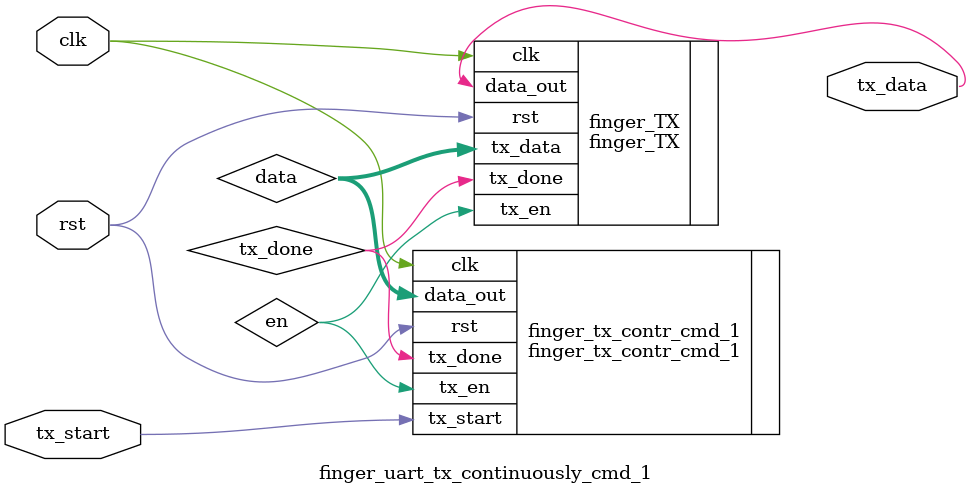
<source format=v>
`timescale 1ns / 1ps
module finger_uart_tx_continuously_cmd_1(
	input clk,
	input rst,
	input tx_start,
	output tx_data
    );
	
	wire [7:0] data;
	wire en;
	wire tx_done;

	
	
	finger_TX finger_TX(
    .clk(clk),
    .rst(rst),
    .tx_data(data),
    .tx_en(en),
	.tx_done(tx_done),
    .data_out(tx_data)
    );
	
	
	finger_tx_contr_cmd_1 finger_tx_contr_cmd_1(
	.clk(clk),
	.rst(rst),
	.tx_start(tx_start),
	.tx_done(tx_done),
	.tx_en(en),
	.data_out(data)
    );

endmodule

</source>
